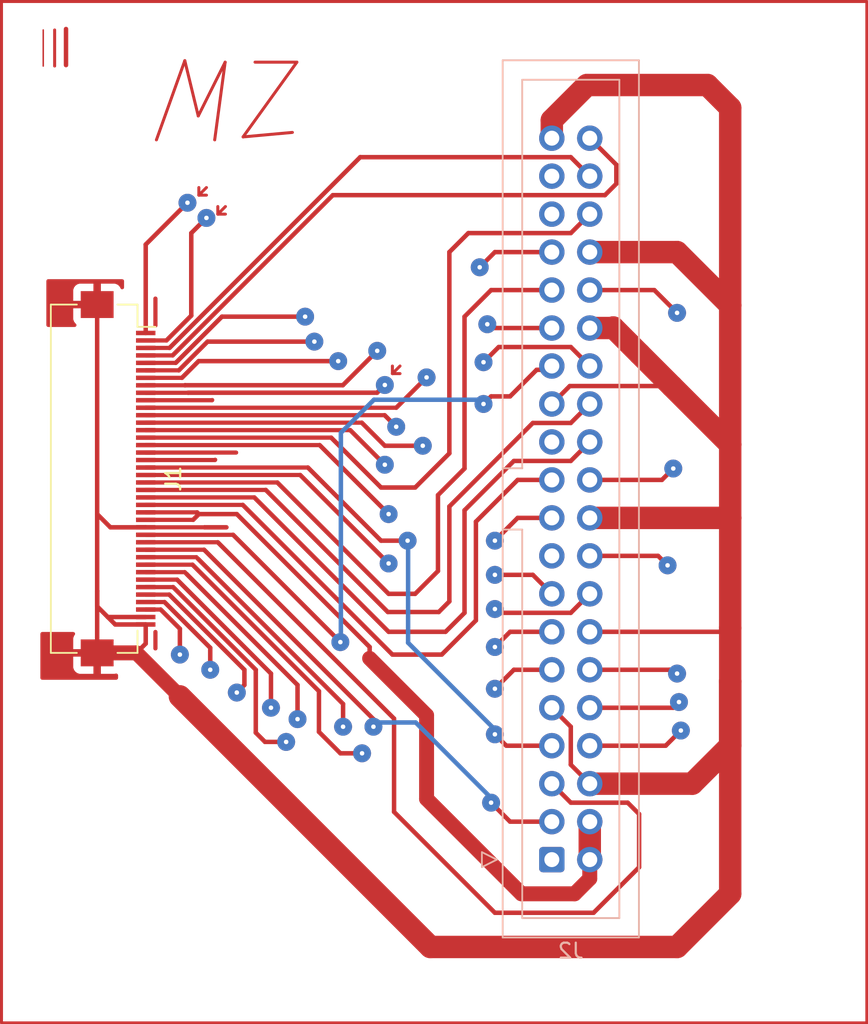
<source format=kicad_pcb>
(kicad_pcb (version 20240108) (generator "pcbnew") (generator_version "8.0")
  (layers (0 "F.Cu" signal) (31 "B.Cu" signal) (34 "B.Paste" user) (35 "F.Paste" user) (36 "B.SilkS" user "B.Silkscreen") (37 "F.SilkS" user "F.Silkscreen") (38 "B.Mask" user) (39 "F.Mask" user) (44 "Edge.Cuts" user))
  (net 0 "")
  (net 1 "/LCD_R5")
  (net 2 "GND")
  (net 3 "/LCD_B1")
  (net 4 "/LCD_R7")
  (net 5 "/LCD_B6")
  (net 6 "/LCD_G5")
  (net 7 "/LCD_R1")
  (net 8 "/LCD_G3")
  (net 9 "/LCD_R4")
  (net 10 "/LCD_R2")
  (net 11 "/LCD_B5")
  (net 12 "/LCD_G1")
  (net 13 "/LCD_G7")
  (net 14 "+5V")
  (net 15 "/LCD_G0")
  (net 16 "/LCD_R3")
  (net 17 "VDD_MCU")
  (net 18 "/LCD_HSYNC")
  (net 19 "/LCD_G4")
  (net 20 "/LCD_SCL")
  (net 21 "/LCD_R0")
  (net 22 "/LCD_PWM")
  (net 23 "/LCD_G6")
  (net 24 "/LCD_CLK")
  (net 25 "/LCD_R6")
  (net 26 "/LCD_AUX_4")
  (net 27 "/LCD_AUX_1")
  (net 28 "/LCD_DE")
  (net 29 "/LCD_B0")
  (net 30 "/LCD_AUX_3")
  (net 31 "/LCD_B2")
  (net 32 "/LCD_G2")
  (net 33 "/LCD_SDA")
  (net 34 "/LCD_B4")
  (net 35 "/LCD_VSYNC")
  (net 36 "/LCD_B3")
  (net 37 "/LCD_B7")
  (footprint "Connector_FFC-FPC:Hirose_FH12-40S-0.5SH_1x40-1MP_P0.50mm_Horizontal" (layer "F.Cu") (at 22.5 50.75 -90)
    (property "Reference" "J1" (at 0 -3.7 90) (layer "F.SilkS"))
    (property "Value" "FH12-40S-0.5SH(55)")
    (fp_line (start -11.65 4.5) (end 11.65 4.5) (stroke (width 0.12)) (layer "F.SilkS"))
    (fp_line (start 11.65 4.5) (end 11.65 2.76) (stroke (width 0.12)) (layer "F.SilkS"))
    (fp_line (start -11.65 2.76) (end -11.65 4.5) (stroke (width 0.12)) (layer "F.SilkS"))
    (fp_line (start -11.65 -1.3) (end -11.65 0.04) (stroke (width 0.12)) (layer "F.SilkS"))
    (fp_line (start -10.16 -1.3) (end -11.65 -1.3) (stroke (width 0.12)) (layer "F.SilkS"))
    (fp_line (start -10.16 -1.3) (end -10.16 -2.5) (stroke (width 0.12)) (layer "F.SilkS"))
    (fp_line (start 10.16 -1.3) (end 11.65 -1.3) (stroke (width 0.12)) (layer "F.SilkS"))
    (fp_line (start 11.65 -1.3) (end 11.65 0.04) (stroke (width 0.12)) (layer "F.SilkS"))
    (pad "1" smd rect (at -9.75 -1.85 270) (size 0.3 1.3) (layers "F.Cu" "F.Paste" "F.Mask") (net 21 "/LCD_R0"))
    (pad "2" smd rect (at -9.25 -1.85 270) (size 0.3 1.3) (layers "F.Cu" "F.Paste" "F.Mask") (net 7 "/LCD_R1"))
    (pad "3" smd rect (at -8.75 -1.85 270) (size 0.3 1.3) (layers "F.Cu" "F.Paste" "F.Mask") (net 10 "/LCD_R2"))
    (pad "4" smd rect (at -8.25 -1.85 270) (size 0.3 1.3) (layers "F.Cu" "F.Paste" "F.Mask") (net 16 "/LCD_R3"))
    (pad "5" smd rect (at -7.75 -1.85 270) (size 0.3 1.3) (layers "F.Cu" "F.Paste" "F.Mask") (net 9 "/LCD_R4"))
    (pad "6" smd rect (at -7.25 -1.85 270) (size 0.3 1.3) (layers "F.Cu" "F.Paste" "F.Mask") (net 1 "/LCD_R5"))
    (pad "7" smd rect (at -6.75 -1.85 270) (size 0.3 1.3) (layers "F.Cu" "F.Paste" "F.Mask") (net 25 "/LCD_R6"))
    (pad "8" smd rect (at -6.25 -1.85 270) (size 0.3 1.3) (layers "F.Cu" "F.Paste" "F.Mask") (net 4 "/LCD_R7"))
    (pad "9" smd rect (at -5.75 -1.85 270) (size 0.3 1.3) (layers "F.Cu" "F.Paste" "F.Mask") (net 15 "/LCD_G0"))
    (pad "10" smd rect (at -5.25 -1.85 270) (size 0.3 1.3) (layers "F.Cu" "F.Paste" "F.Mask") (net 12 "/LCD_G1"))
    (pad "11" smd rect (at -4.75 -1.85 270) (size 0.3 1.3) (layers "F.Cu" "F.Paste" "F.Mask") (net 32 "/LCD_G2"))
    (pad "12" smd rect (at -4.25 -1.85 270) (size 0.3 1.3) (layers "F.Cu" "F.Paste" "F.Mask") (net 8 "/LCD_G3"))
    (pad "13" smd rect (at -3.75 -1.85 270) (size 0.3 1.3) (layers "F.Cu" "F.Paste" "F.Mask") (net 19 "/LCD_G4"))
    (pad "14" smd rect (at -3.25 -1.85 270) (size 0.3 1.3) (layers "F.Cu" "F.Paste" "F.Mask") (net 6 "/LCD_G5"))
    (pad "15" smd rect (at -2.75 -1.85 270) (size 0.3 1.3) (layers "F.Cu" "F.Paste" "F.Mask") (net 23 "/LCD_G6"))
    (pad "16" smd rect (at -2.25 -1.85 270) (size 0.3 1.3) (layers "F.Cu" "F.Paste" "F.Mask") (net 13 "/LCD_G7"))
    (pad "17" smd rect (at -1.75 -1.85 270) (size 0.3 1.3) (layers "F.Cu" "F.Paste" "F.Mask") (net 29 "/LCD_B0"))
    (pad "18" smd rect (at -1.25 -1.85 270) (size 0.3 1.3) (layers "F.Cu" "F.Paste" "F.Mask") (net 3 "/LCD_B1"))
    (pad "19" smd rect (at -0.75 -1.85 270) (size 0.3 1.3) (layers "F.Cu" "F.Paste" "F.Mask") (net 31 "/LCD_B2"))
    (pad "20" smd rect (at -0.25 -1.85 270) (size 0.3 1.3) (layers "F.Cu" "F.Paste" "F.Mask") (net 36 "/LCD_B3"))
    (pad "21" smd rect (at 0.25 -1.85 270) (size 0.3 1.3) (layers "F.Cu" "F.Paste" "F.Mask") (net 34 "/LCD_B4"))
    (pad "22" smd rect (at 0.75 -1.85 270) (size 0.3 1.3) (layers "F.Cu" "F.Paste" "F.Mask") (net 11 "/LCD_B5"))
    (pad "23" smd rect (at 1.25 -1.85 270) (size 0.3 1.3) (layers "F.Cu" "F.Paste" "F.Mask") (net 5 "/LCD_B6"))
    (pad "24" smd rect (at 1.75 -1.85 270) (size 0.3 1.3) (layers "F.Cu" "F.Paste" "F.Mask") (net 37 "/LCD_B7"))
    (pad "25" smd rect (at 2.25 -1.85 270) (size 0.3 1.3) (layers "F.Cu" "F.Paste" "F.Mask") (net 14 "+5V"))
    (pad "26" smd rect (at 2.75 -1.85 270) (size 0.3 1.3) (layers "F.Cu" "F.Paste" "F.Mask") (net 14 "+5V"))
    (pad "27" smd rect (at 3.25 -1.85 270) (size 0.3 1.3) (layers "F.Cu" "F.Paste" "F.Mask") (net 2 "GND"))
    (pad "28" smd rect (at 3.75 -1.85 270) (size 0.3 1.3) (layers "F.Cu" "F.Paste" "F.Mask") (net 24 "/LCD_CLK"))
    (pad "29" smd rect (at 4.25 -1.85 270) (size 0.3 1.3) (layers "F.Cu" "F.Paste" "F.Mask") (net 18 "/LCD_HSYNC"))
    (pad "30" smd rect (at 4.75 -1.85 270) (size 0.3 1.3) (layers "F.Cu" "F.Paste" "F.Mask") (net 35 "/LCD_VSYNC"))
    (pad "31" smd rect (at 5.25 -1.85 270) (size 0.3 1.3) (layers "F.Cu" "F.Paste" "F.Mask") (net 28 "/LCD_DE"))
    (pad "32" smd rect (at 5.75 -1.85 270) (size 0.3 1.3) (layers "F.Cu" "F.Paste" "F.Mask") (net 33 "/LCD_SDA"))
    (pad "33" smd rect (at 6.25 -1.85 270) (size 0.3 1.3) (layers "F.Cu" "F.Paste" "F.Mask") (net 20 "/LCD_SCL"))
    (pad "34" smd rect (at 6.75 -1.85 270) (size 0.3 1.3) (layers "F.Cu" "F.Paste" "F.Mask") (net 22 "/LCD_PWM"))
    (pad "35" smd rect (at 7.25 -1.85 270) (size 0.3 1.3) (layers "F.Cu" "F.Paste" "F.Mask") (net 27 "/LCD_AUX_1"))
    (pad "36" smd rect (at 7.75 -1.85 270) (size 0.3 1.3) (layers "F.Cu" "F.Paste" "F.Mask") (net 17 "VDD_MCU"))
    (pad "37" smd rect (at 8.25 -1.85 270) (size 0.3 1.3) (layers "F.Cu" "F.Paste" "F.Mask") (net 30 "/LCD_AUX_3"))
    (pad "38" smd rect (at 8.75 -1.85 270) (size 0.3 1.3) (layers "F.Cu" "F.Paste" "F.Mask") (net 26 "/LCD_AUX_4"))
    (pad "39" smd rect (at 9.25 -1.85 270) (size 0.3 1.3) (layers "F.Cu" "F.Paste" "F.Mask") (net 2 "GND"))
    (pad "40" smd rect (at 9.75 -1.85 270) (size 0.3 1.3) (layers "F.Cu" "F.Paste" "F.Mask") (net 2 "GND"))
    (pad "MP" smd rect (at -11.65 1.4 270) (size 1.8 2.2) (layers "F.Cu" "F.Paste" "F.Mask") (net 2 "GND"))
    (pad "MP" smd rect (at 11.65 1.4 270) (size 1.8 2.2) (layers "F.Cu" "F.Paste" "F.Mask") (net 2 "GND"))
  )
  (footprint "Connector_IDC:IDC-Header_2x20_P2.54mm_Vertical" (layer "B.Cu") (at 51.528 76.23)
    (property "Reference" "J2" (at 1.27 6.1 0) (layer "B.SilkS") (effects (justify mirror)))
    (property "Value" "Conn_02x20_Odd_Even")
    (fp_line (start -4.68 -0.5) (end -4.68 0.5) (stroke (width 0.12)) (layer "B.SilkS"))
    (fp_line (start -4.68 0.5) (end -3.68 0) (stroke (width 0.12)) (layer "B.SilkS"))
    (fp_line (start -3.68 0) (end -4.68 -0.5) (stroke (width 0.12)) (layer "B.SilkS"))
    (fp_line (start -3.29 -53.47) (end 5.83 -53.47) (stroke (width 0.12)) (layer "B.SilkS"))
    (fp_line (start -3.29 -26.18) (end -1.98 -26.18) (stroke (width 0.12)) (layer "B.SilkS"))
    (fp_line (start -3.29 5.21) (end -3.29 -53.47) (stroke (width 0.12)) (layer "B.SilkS"))
    (fp_line (start -1.98 -52.17) (end 4.52 -52.17) (stroke (width 0.12)) (layer "B.SilkS"))
    (fp_line (start -1.98 -26.18) (end -1.98 -52.17) (stroke (width 0.12)) (layer "B.SilkS"))
    (fp_line (start -1.98 -26.18) (end -1.98 -26.18) (stroke (width 0.12)) (layer "B.SilkS"))
    (fp_line (start -1.98 -22.08) (end -3.29 -22.08) (stroke (width 0.12)) (layer "B.SilkS"))
    (fp_line (start -1.98 3.91) (end -1.98 -22.08) (stroke (width 0.12)) (layer "B.SilkS"))
    (fp_line (start 4.52 -52.17) (end 4.52 3.91) (stroke (width 0.12)) (layer "B.SilkS"))
    (fp_line (start 4.52 3.91) (end -1.98 3.91) (stroke (width 0.12)) (layer "B.SilkS"))
    (fp_line (start 5.83 -53.47) (end 5.83 5.21) (stroke (width 0.12)) (layer "B.SilkS"))
    (fp_line (start 5.83 5.21) (end -3.29 5.21) (stroke (width 0.12)) (layer "B.SilkS"))
    (pad "1" thru_hole roundrect (at 0 0) (size 1.7 1.7) (drill 1) (layers "*.Cu" "*.Mask") (roundrect_rratio 0.147059))
    (pad "2" thru_hole circle (at 2.54 0) (size 1.7 1.7) (drill 1) (layers "*.Cu" "*.Mask") (net 14 "+5V"))
    (pad "3" thru_hole circle (at 0 -2.54) (size 1.7 1.7) (drill 1) (layers "*.Cu" "*.Mask") (net 35 "/LCD_VSYNC"))
    (pad "4" thru_hole circle (at 2.54 -2.54) (size 1.7 1.7) (drill 1) (layers "*.Cu" "*.Mask") (net 14 "+5V"))
    (pad "5" thru_hole circle (at 0 -5.08) (size 1.7 1.7) (drill 1) (layers "*.Cu" "*.Mask") (net 18 "/LCD_HSYNC"))
    (pad "6" thru_hole circle (at 2.54 -5.08) (size 1.7 1.7) (drill 1) (layers "*.Cu" "*.Mask") (net 2 "GND"))
    (pad "7" thru_hole circle (at 0 -7.62) (size 1.7 1.7) (drill 1) (layers "*.Cu" "*.Mask") (net 31 "/LCD_B2"))
    (pad "8" thru_hole circle (at 2.54 -7.62) (size 1.7 1.7) (drill 1) (layers "*.Cu" "*.Mask") (net 19 "/LCD_G4"))
    (pad "9" thru_hole circle (at 0 -10.16) (size 1.7 1.7) (drill 1) (layers "*.Cu" "*.Mask") (net 2 "GND"))
    (pad "10" thru_hole circle (at 2.54 -10.16) (size 1.7 1.7) (drill 1) (layers "*.Cu" "*.Mask") (net 6 "/LCD_G5"))
    (pad "11" thru_hole circle (at 0 -12.7) (size 1.7 1.7) (drill 1) (layers "*.Cu" "*.Mask") (net 13 "/LCD_G7"))
    (pad "12" thru_hole circle (at 2.54 -12.7) (size 1.7 1.7) (drill 1) (layers "*.Cu" "*.Mask") (net 22 "/LCD_PWM"))
    (pad "13" thru_hole circle (at 0 -15.24) (size 1.7 1.7) (drill 1) (layers "*.Cu" "*.Mask") (net 27 "/LCD_AUX_1"))
    (pad "14" thru_hole circle (at 2.54 -15.24) (size 1.7 1.7) (drill 1) (layers "*.Cu" "*.Mask") (net 2 "GND"))
    (pad "15" thru_hole circle (at 0 -17.78) (size 1.7 1.7) (drill 1) (layers "*.Cu" "*.Mask") (net 9 "/LCD_R4"))
    (pad "16" thru_hole circle (at 2.54 -17.78) (size 1.7 1.7) (drill 1) (layers "*.Cu" "*.Mask") (net 1 "/LCD_R5"))
    (pad "17" thru_hole circle (at 0 -20.32) (size 1.7 1.7) (drill 1) (layers "*.Cu" "*.Mask"))
    (pad "18" thru_hole circle (at 2.54 -20.32) (size 1.7 1.7) (drill 1) (layers "*.Cu" "*.Mask") (net 25 "/LCD_R6"))
    (pad "19" thru_hole circle (at 0 -22.86) (size 1.7 1.7) (drill 1) (layers "*.Cu" "*.Mask") (net 33 "/LCD_SDA"))
    (pad "20" thru_hole circle (at 2.54 -22.86) (size 1.7 1.7) (drill 1) (layers "*.Cu" "*.Mask") (net 2 "GND"))
    (pad "21" thru_hole circle (at 0 -25.4) (size 1.7 1.7) (drill 1) (layers "*.Cu" "*.Mask") (net 37 "/LCD_B7"))
    (pad "22" thru_hole circle (at 2.54 -25.4) (size 1.7 1.7) (drill 1) (layers "*.Cu" "*.Mask") (net 4 "/LCD_R7"))
    (pad "23" thru_hole circle (at 0 -27.94) (size 1.7 1.7) (drill 1) (layers "*.Cu" "*.Mask") (net 20 "/LCD_SCL"))
    (pad "24" thru_hole circle (at 2.54 -27.94) (size 1.7 1.7) (drill 1) (layers "*.Cu" "*.Mask") (net 5 "/LCD_B6"))
    (pad "25" thru_hole circle (at 0 -30.48) (size 1.7 1.7) (drill 1) (layers "*.Cu" "*.Mask") (net 2 "GND"))
    (pad "26" thru_hole circle (at 2.54 -30.48) (size 1.7 1.7) (drill 1) (layers "*.Cu" "*.Mask") (net 11 "/LCD_B5"))
    (pad "27" thru_hole circle (at 0 -33.02) (size 1.7 1.7) (drill 1) (layers "*.Cu" "*.Mask") (net 24 "/LCD_CLK"))
    (pad "28" thru_hole circle (at 2.54 -33.02) (size 1.7 1.7) (drill 1) (layers "*.Cu" "*.Mask") (net 28 "/LCD_DE"))
    (pad "29" thru_hole circle (at 0 -35.56) (size 1.7 1.7) (drill 1) (layers "*.Cu" "*.Mask") (net 36 "/LCD_B3"))
    (pad "30" thru_hole circle (at 2.54 -35.56) (size 1.7 1.7) (drill 1) (layers "*.Cu" "*.Mask") (net 2 "GND"))
    (pad "31" thru_hole circle (at 0 -38.1) (size 1.7 1.7) (drill 1) (layers "*.Cu" "*.Mask") (net 34 "/LCD_B4"))
    (pad "32" thru_hole circle (at 2.54 -38.1) (size 1.7 1.7) (drill 1) (layers "*.Cu" "*.Mask") (net 32 "/LCD_G2"))
    (pad "33" thru_hole circle (at 0 -40.64) (size 1.7 1.7) (drill 1) (layers "*.Cu" "*.Mask") (net 8 "/LCD_G3"))
    (pad "34" thru_hole circle (at 2.54 -40.64) (size 1.7 1.7) (drill 1) (layers "*.Cu" "*.Mask") (net 2 "GND"))
    (pad "35" thru_hole circle (at 0 -43.18) (size 1.7 1.7) (drill 1) (layers "*.Cu" "*.Mask"))
    (pad "36" thru_hole circle (at 2.54 -43.18) (size 1.7 1.7) (drill 1) (layers "*.Cu" "*.Mask") (net 23 "/LCD_G6"))
    (pad "37" thru_hole circle (at 0 -45.72) (size 1.7 1.7) (drill 1) (layers "*.Cu" "*.Mask"))
    (pad "38" thru_hole circle (at 2.54 -45.72) (size 1.7 1.7) (drill 1) (layers "*.Cu" "*.Mask") (net 10 "/LCD_R2"))
    (pad "39" thru_hole circle (at 0 -48.26) (size 1.7 1.7) (drill 1) (layers "*.Cu" "*.Mask") (net 2 "GND"))
    (pad "40" thru_hole circle (at 2.54 -48.26) (size 1.7 1.7) (drill 1) (layers "*.Cu" "*.Mask") (net 16 "/LCD_R3"))
  )
  (gr_line (start 27.866 26.484) (end 29.666 22.884) (stroke (width 0.2)) (layer "F.Cu"))
  (gr_line (start 26.966 22.784) (end 25.066 28.084) (stroke (width 0.2)) (layer "F.Cu"))
  (gr_rect (start 14.698 18.826) (end 72.61 87.152) (stroke (width 0.2)) (fill none) (layer "F.Cu"))
  (gr_line (start 18.254 20.731) (end 18.254 23.144) (stroke (width 0.2)) (layer "F.Cu"))
  (gr_line (start 30.866 27.884) (end 34.166 27.584) (stroke (width 0.2)) (layer "F.Cu"))
  (gr_line (start 27.906 31.272) (end 27.906 31.78) (stroke (width 0.2)) (layer "F.Cu"))
  (gr_line (start 27.906 31.78) (end 28.414 31.78) (stroke (width 0.2)) (layer "F.Cu"))
  (gr_line (start 40.86 43.718) (end 41.368 43.21) (stroke (width 0.2)) (layer "F.Cu"))
  (gr_line (start 29.176 33.05) (end 29.684 32.542) (stroke (width 0.2)) (layer "F.Cu"))
  (gr_line (start 19.016 20.6675) (end 19.016 23.0805) (stroke (width 0.3)) (layer "F.Cu"))
  (gr_line (start 17.492 20.731) (end 17.492 23.144) (stroke (width 0.1)) (layer "F.Cu"))
  (gr_line (start 29.176 33.05) (end 29.684 33.05) (stroke (width 0.2)) (layer "F.Cu"))
  (gr_line (start 26.966 22.784) (end 27.866 26.484) (stroke (width 0.2)) (layer "F.Cu"))
  (gr_line (start 31.666 22.884) (end 34.466 22.884) (stroke (width 0.2)) (layer "F.Cu"))
  (gr_line (start 40.86 43.21) (end 40.86 43.718) (stroke (width 0.2)) (layer "F.Cu"))
  (gr_line (start 29.176 32.542) (end 29.176 33.05) (stroke (width 0.2)) (layer "F.Cu"))
  (gr_line (start 29.666 22.884) (end 28.966 28.084) (stroke (width 0.2)) (layer "F.Cu"))
  (gr_line (start 27.906 31.78) (end 28.414 31.272) (stroke (width 0.2)) (layer "F.Cu"))
  (gr_line (start 34.466 22.884) (end 30.866 27.884) (stroke (width 0.2)) (layer "F.Cu"))
  (gr_line (start 40.86 43.718) (end 41.368 43.718) (stroke (width 0.2)) (layer "F.Cu"))
  (segment (start 25 61) (end 25 62.1) (width 0.28) (layer "F.Cu") (net 0))
  (segment (start 25 40.5) (end 25 38.7) (width 0.28) (layer "F.Cu") (net 0))
  (segment (start 47.971999 59.719999) (end 47.718 59.466) (width 0.3) (layer "F.Cu") (net 1))
  (segment (start 26.565573 43.5) (end 28.487575 41.577998) (width 0.3) (layer "F.Cu") (net 1))
  (segment (start 52.798001 59.719999) (end 47.971999 59.719999) (width 0.3) (layer "F.Cu") (net 1))
  (segment (start 28.487575 41.577998) (end 35.635998 41.577998) (width 0.3) (layer "F.Cu") (net 1))
  (segment (start 24.35 43.5) (end 26.565573 43.5) (width 0.28) (layer "F.Cu") (net 1))
  (segment (start 54.068 58.45) (end 52.798001 59.719999) (width 0.3) (layer "F.Cu") (net 1))
  (via (at 35.635998 41.577998) (size 1.2) (drill 0.3) (layers "F.Cu" "B.Cu") (net 1))
  (via (at 47.718 59.466) (size 1.2) (drill 0.3) (layers "F.Cu" "B.Cu") (net 1))
  (segment (start 53.881919 24.414) (end 61.942 24.414) (width 1.5) (layer "F.Cu") (net 2))
  (segment (start 59.57 44.566) (end 57.411 42.407) (width 1.5) (layer "F.Cu") (net 2))
  (segment (start 63.466 53.37) (end 63.466 48.462) (width 1.5) (layer "F.Cu") (net 2))
  (segment (start 21.1 58.248) (end 21.1 53.116) (width 0.3) (layer "F.Cu") (net 2))
  (segment (start 51.528 27.97) (end 51.528 26.767919) (width 1.5) (layer "F.Cu") (net 2))
  (segment (start 63.466 60.736) (end 63.466 53.37) (width 1.5) (layer "F.Cu") (net 2))
  (segment (start 61.942 24.414) (end 63.466 25.938) (width 1.5) (layer "F.Cu") (net 2))
  (segment (start 54.068 53.37) (end 63.466 53.37) (width 1.5) (layer "F.Cu") (net 2))
  (segment (start 59.91 35.59) (end 54.068 35.59) (width 1.5) (layer "F.Cu") (net 2))
  (segment (start 21.1 62.4) (end 21.1 58.248) (width 0.3) (layer "F.Cu") (net 2))
  (segment (start 59.91 82.072) (end 43.4 82.072) (width 1.5) (layer "F.Cu") (net 2))
  (segment (start 54.068 40.67) (end 55.602 40.67) (width 1.5) (layer "F.Cu") (net 2))
  (segment (start 26.636 65.308) (end 23.728 62.4) (width 1) (layer "F.Cu") (net 2))
  (segment (start 52.798 69.88) (end 54.068 71.15) (width 0.3) (layer "F.Cu") (net 2))
  (segment (start 24.35 60.5) (end 22.31 60.5) (width 0.3) (layer "F.Cu") (net 2))
  (segment (start 21.81 60) (end 21.1 59.29) (width 0.3) (layer "F.Cu") (net 2))
  (segment (start 21.1 53.116) (end 21.1 39.1) (width 0.3) (layer "F.Cu") (net 2))
  (segment (start 63.466 64.302) (end 63.466 78.516) (width 1.5) (layer "F.Cu") (net 2))
  (segment (start 63.466 64.302) (end 63.466 60.736) (width 1.5) (layer "F.Cu") (net 2))
  (segment (start 54.068 71.15) (end 60.926 71.15) (width 1.5) (layer "F.Cu") (net 2))
  (segment (start 51.528 45.75) (end 52.728 44.55) (width 0.3) (layer "F.Cu") (net 2))
  (segment (start 21.984 54) (end 21.1 53.116) (width 0.3) (layer "F.Cu") (net 2))
  (segment (start 63.466 78.516) (end 59.91 82.072) (width 1.5) (layer "F.Cu") (net 2))
  (segment (start 28.292 54) (end 29.75 54) (width 0.3) (layer "F.Cu") (net 2))
  (segment (start 59.554 44.55) (end 59.57 44.566) (width 0.3) (layer "F.Cu") (net 2))
  (segment (start 24.35 60.5) (end 24.35 61.778) (width 0.3) (layer "F.Cu") (net 2))
  (segment (start 55.638 40.634) (end 57.411 42.407) (width 1.5) (layer "F.Cu") (net 2))
  (segment (start 24.35 61.778) (end 23.728 62.4) (width 0.3) (layer "F.Cu") (net 2))
  (segment (start 52.728 44.55) (end 59.554 44.55) (width 0.3) (layer "F.Cu") (net 2))
  (segment (start 43.4 82.072) (end 26.636 65.308) (width 1.5) (layer "F.Cu") (net 2))
  (segment (start 63.212 60.99) (end 63.466 60.736) (width 0.3) (layer "F.Cu") (net 2))
  (segment (start 55.602 40.67) (end 55.638 40.634) (width 1.5) (layer "F.Cu") (net 2))
  (segment (start 54.068 60.99) (end 63.212 60.99) (width 0.3) (layer "F.Cu") (net 2))
  (segment (start 23.728 62.4) (end 21.1 62.4) (width 1) (layer "F.Cu") (net 2))
  (segment (start 63.466 48.462) (end 59.57 44.566) (width 1.5) (layer "F.Cu") (net 2))
  (segment (start 60.926 71.15) (end 63.466 68.61) (width 1.5) (layer "F.Cu") (net 2))
  (segment (start 22.31 60.5) (end 21.81 60) (width 0.3) (layer "F.Cu") (net 2))
  (segment (start 24.35 54) (end 28.292 54) (width 0.28) (layer "F.Cu") (net 2))
  (segment (start 51.528 66.07) (end 52.798 67.34) (width 0.3) (layer "F.Cu") (net 2))
  (segment (start 24.35 60) (end 21.81 60) (width 0.3) (layer "F.Cu") (net 2))
  (segment (start 51.528 26.767919) (end 53.881919 24.414) (width 1.5) (layer "F.Cu") (net 2))
  (segment (start 21.1 59.29) (end 21.1 58.248) (width 0.3) (layer "F.Cu") (net 2))
  (segment (start 63.466 68.61) (end 63.466 64.302) (width 1.5) (layer "F.Cu") (net 2))
  (segment (start 24.35 54) (end 21.984 54) (width 0.3) (layer "F.Cu") (net 2))
  (segment (start 52.798 67.34) (end 52.798 69.88) (width 0.3) (layer "F.Cu") (net 2))
  (segment (start 63.466 48.462) (end 63.466 39.146) (width 1.5) (layer "F.Cu") (net 2))
  (segment (start 63.466 39.146) (end 59.91 35.59) (width 1.5) (layer "F.Cu") (net 2))
  (segment (start 63.466 25.938) (end 63.466 39.146) (width 1.5) (layer "F.Cu") (net 2))
  (segment (start 24.35 49.5) (end 28.98 49.5) (width 0.28) (layer "F.Cu") (net 3))
  (segment (start 28.98 49.5) (end 29 49.48) (width 0.28) (layer "F.Cu") (net 3))
  (segment (start 26.983787 44.496) (end 37.542 44.496) (width 0.3) (layer "F.Cu") (net 4))
  (segment (start 58.894 50.83) (end 59.656 50.068) (width 0.3) (layer "F.Cu") (net 4))
  (segment (start 24.35 44.5) (end 26.979787 44.5) (width 0.28) (layer "F.Cu") (net 4))
  (segment (start 37.542 44.496) (end 39.844 42.194) (width 0.3) (layer "F.Cu") (net 4))
  (segment (start 26.979787 44.5) (end 26.983787 44.496) (width 0.3) (layer "F.Cu") (net 4))
  (segment (start 54.068 50.83) (end 58.894 50.83) (width 0.3) (layer "F.Cu") (net 4))
  (via (at 39.844 42.194) (size 1.2) (drill 0.3) (layers "F.Cu" "B.Cu") (net 4))
  (via (at 59.656 50.068) (size 1.2) (drill 0.3) (layers "F.Cu" "B.Cu") (net 4))
  (segment (start 40.606 60.99) (end 44.416 60.99) (width 0.3) (layer "F.Cu") (net 5))
  (segment (start 44.416 60.99) (end 45.686 59.72) (width 0.3) (layer "F.Cu") (net 5))
  (segment (start 24.35 52) (end 31.616 52) (width 0.28) (layer "F.Cu") (net 5))
  (segment (start 45.686 52.862) (end 48.988 49.56) (width 0.3) (layer "F.Cu") (net 5))
  (segment (start 52.798 49.56) (end 54.068 48.29) (width 0.3) (layer "F.Cu") (net 5))
  (segment (start 45.686 59.72) (end 45.686 52.862) (width 0.3) (layer "F.Cu") (net 5))
  (segment (start 48.988 49.56) (end 52.798 49.56) (width 0.3) (layer "F.Cu") (net 5))
  (segment (start 31.616 52) (end 40.606 60.99) (width 0.3) (layer "F.Cu") (net 5))
  (segment (start 54.068 66.07) (end 59.656 66.07) (width 0.3) (layer "F.Cu") (net 6))
  (segment (start 38.038 47.5) (end 40.352 49.814) (width 0.3) (layer "F.Cu") (net 6))
  (segment (start 24.35 47.5) (end 38.038 47.5) (width 0.28) (layer "F.Cu") (net 6))
  (segment (start 59.656 66.07) (end 60.037 65.689) (width 0.3) (layer "F.Cu") (net 6))
  (via (at 60.037 65.689) (size 1.2) (drill 0.3) (layers "F.Cu" "B.Cu") (net 6))
  (via (at 40.352 49.814) (size 1.2) (drill 0.3) (layers "F.Cu" "B.Cu") (net 6))
  (segment (start 27.398 39.839145) (end 27.398 34.32) (width 0.3) (layer "F.Cu") (net 7))
  (segment (start 24.35 41.5) (end 25.737145 41.5) (width 0.28) (layer "F.Cu") (net 7))
  (segment (start 27.398 34.32) (end 28.414 33.304) (width 0.3) (layer "F.Cu") (net 7))
  (segment (start 25.737145 41.5) (end 27.398 39.839145) (width 0.3) (layer "F.Cu") (net 7))
  (via (at 28.414 33.304) (size 1.2) (drill 0.3) (layers "F.Cu" "B.Cu") (net 7))
  (segment (start 51.528 35.59) (end 47.718 35.59) (width 0.3) (layer "F.Cu") (net 8))
  (segment (start 40.34 46.5) (end 41.114 47.274) (width 0.3) (layer "F.Cu") (net 8))
  (segment (start 47.718 35.59) (end 46.702 36.606) (width 0.3) (layer "F.Cu") (net 8))
  (segment (start 24.35 46.5) (end 40.34 46.5) (width 0.28) (layer "F.Cu") (net 8))
  (via (at 46.702 36.606) (size 1.2) (drill 0.3) (layers "F.Cu" "B.Cu") (net 8))
  (via (at 41.114 47.274) (size 1.2) (drill 0.3) (layers "F.Cu" "B.Cu") (net 8))
  (segment (start 50.258 57.18) (end 47.718 57.18) (width 0.3) (layer "F.Cu") (net 9))
  (segment (start 26.358466 43) (end 29.450466 39.908) (width 0.3) (layer "F.Cu") (net 9))
  (segment (start 29.450466 39.908) (end 35.018 39.908) (width 0.3) (layer "F.Cu") (net 9))
  (segment (start 51.528 58.45) (end 50.258 57.18) (width 0.3) (layer "F.Cu") (net 9))
  (segment (start 24.35 43) (end 26.358466 43) (width 0.28) (layer "F.Cu") (net 9))
  (via (at 47.718 57.18) (size 1.2) (drill 0.3) (layers "F.Cu" "B.Cu") (net 9))
  (via (at 35.018 39.908) (size 1.2) (drill 0.3) (layers "F.Cu" "B.Cu") (net 9))
  (segment (start 52.798 29.24) (end 38.704252 29.24) (width 0.3) (layer "F.Cu") (net 10))
  (segment (start 24.35 42) (end 25.944252 42) (width 0.28) (layer "F.Cu") (net 10))
  (segment (start 54.068 30.51) (end 52.798 29.24) (width 0.3) (layer "F.Cu") (net 10))
  (segment (start 38.704252 29.24) (end 25.944252 42) (width 0.3) (layer "F.Cu") (net 10))
  (segment (start 50.258 47.02) (end 52.798 47.02) (width 0.3) (layer "F.Cu") (net 11))
  (segment (start 44.67 52.608) (end 50.258 47.02) (width 0.3) (layer "F.Cu") (net 11))
  (segment (start 40.551106 59.665106) (end 43.962894 59.665106) (width 0.3) (layer "F.Cu") (net 11))
  (segment (start 24.35 51.5) (end 32.386 51.5) (width 0.28) (layer "F.Cu") (net 11))
  (segment (start 52.798 47.02) (end 54.068 45.75) (width 0.3) (layer "F.Cu") (net 11))
  (segment (start 43.962894 59.665106) (end 44.67 58.958) (width 0.3) (layer "F.Cu") (net 11))
  (segment (start 32.386 51.5) (end 40.551106 59.665106) (width 0.3) (layer "F.Cu") (net 11))
  (segment (start 44.67 58.958) (end 44.67 52.608) (width 0.3) (layer "F.Cu") (net 11))
  (segment (start 24.35 45.5) (end 28.786 45.5) (width 0.28) (layer "F.Cu") (net 12))
  (segment (start 28.786 45.5) (end 28.8 45.486) (width 0.28) (layer "F.Cu") (net 12))
  (segment (start 51.528 63.53) (end 48.988004 63.53) (width 0.3) (layer "F.Cu") (net 13))
  (segment (start 24.35 48.5) (end 35.99 48.5) (width 0.28) (layer "F.Cu") (net 13))
  (segment (start 35.99 48.5) (end 40.606 53.116) (width 0.3) (layer "F.Cu") (net 13))
  (segment (start 48.988004 63.53) (end 47.718004 64.8) (width 0.3) (layer "F.Cu") (net 13))
  (via (at 40.606 53.116) (size 1.2) (drill 0.3) (layers "F.Cu" "B.Cu") (net 13))
  (via (at 47.718004 64.8) (size 1.2) (drill 0.3) (layers "F.Cu" "B.Cu") (net 13))
  (segment (start 54.068 76.23) (end 54.068 76.229998) (width 0.3) (layer "F.Cu") (net 14))
  (segment (start 27.79 53) (end 27.906 53.116) (width 0.3) (layer "F.Cu") (net 14))
  (segment (start 30.446 53.116) (end 39.336 62.006) (width 0.3) (layer "F.Cu") (net 14))
  (segment (start 53.052 78.516) (end 54.068 77.5) (width 1) (layer "F.Cu") (net 14))
  (segment (start 39.336 62.006) (end 39.336 62.768) (width 0.3) (layer "F.Cu") (net 14))
  (segment (start 27.906 53.116) (end 30.446 53.116) (width 0.3) (layer "F.Cu") (net 14))
  (segment (start 27.522 53.5) (end 27.906 53.116) (width 0.3) (layer "F.Cu") (net 14))
  (segment (start 24.35 53) (end 27.79 53) (width 0.28) (layer "F.Cu") (net 14))
  (segment (start 43.146 66.578) (end 43.146 72.166) (width 1) (layer "F.Cu") (net 14))
  (segment (start 39.336 62.768) (end 43.146 66.578) (width 1) (layer "F.Cu") (net 14))
  (segment (start 43.146 72.166) (end 49.496 78.516) (width 1) (layer "F.Cu") (net 14))
  (segment (start 24.35 53.5) (end 27.522 53.5) (width 0.28) (layer "F.Cu") (net 14))
  (segment (start 49.496 78.516) (end 53.052 78.516) (width 1) (layer "F.Cu") (net 14))
  (segment (start 54.068 77.5) (end 54.068 76.229998) (width 1) (layer "F.Cu") (net 14))
  (segment (start 54.068 73.69) (end 54.068 76.23) (width 1.5) (layer "F.Cu") (net 14))
  (segment (start 27.190894 44.996) (end 39.836 44.996) (width 0.3) (layer "F.Cu") (net 15))
  (segment (start 24.35 45) (end 27.186894 45) (width 0.28) (layer "F.Cu") (net 15))
  (segment (start 27.186894 45) (end 27.190894 44.996) (width 0.28) (layer "F.Cu") (net 15))
  (segment (start 39.836 44.996) (end 40.352 44.48) (width 0.3) (layer "F.Cu") (net 15))
  (via (at 40.352 44.48) (size 1.2) (drill 0.3) (layers "F.Cu" "B.Cu") (net 15))
  (segment (start 55.846 31.018) (end 55.846 29.748) (width 0.3) (layer "F.Cu") (net 16))
  (segment (start 55.846 29.748) (end 54.068 27.97) (width 0.3) (layer "F.Cu") (net 16))
  (segment (start 36.87136 31.78) (end 55.084 31.78) (width 0.3) (layer "F.Cu") (net 16))
  (segment (start 24.35 42.5) (end 26.15136 42.5) (width 0.28) (layer "F.Cu") (net 16))
  (segment (start 26.15136 42.5) (end 36.87136 31.78) (width 0.3) (layer "F.Cu") (net 16))
  (segment (start 55.084 31.78) (end 55.846 31.018) (width 0.3) (layer "F.Cu") (net 16))
  (segment (start 25.924 58.5) (end 30.954 63.53) (width 0.3) (layer "F.Cu") (net 17))
  (segment (start 30.954 63.53) (end 30.954 64.546) (width 0.3) (layer "F.Cu") (net 17))
  (segment (start 24.35 58.5) (end 25.924 58.5) (width 0.28) (layer "F.Cu") (net 17))
  (segment (start 30.954 64.546) (end 30.446 65.054) (width 0.3) (layer "F.Cu") (net 17))
  (via (at 30.446 65.054) (size 1.2) (drill 0.3) (layers "F.Cu" "B.Cu") (net 17))
  (segment (start 29.17221 55) (end 40.970998 66.798788) (width 0.3) (layer "F.Cu") (net 18))
  (segment (start 56.608 72.42) (end 52.798 72.42) (width 0.3) (layer "F.Cu") (net 18))
  (segment (start 40.970998 73.038998) (end 47.718 79.786) (width 0.3) (layer "F.Cu") (net 18))
  (segment (start 54.322 79.786) (end 57.37 76.738) (width 0.3) (layer "F.Cu") (net 18))
  (segment (start 47.718 79.786) (end 54.322 79.786) (width 0.3) (layer "F.Cu") (net 18))
  (segment (start 40.970998 66.798788) (end 40.970998 73.038998) (width 0.3) (layer "F.Cu") (net 18))
  (segment (start 57.37 73.182) (end 56.608 72.42) (width 0.3) (layer "F.Cu") (net 18))
  (segment (start 24.35 55) (end 29.17221 55) (width 0.28) (layer "F.Cu") (net 18))
  (segment (start 57.37 76.738) (end 57.37 73.182) (width 0.3) (layer "F.Cu") (net 18))
  (segment (start 52.798 72.42) (end 51.528 71.15) (width 0.3) (layer "F.Cu") (net 18))
  (segment (start 38.808 47) (end 40.352 48.544) (width 0.3) (layer "F.Cu") (net 19))
  (segment (start 59.148 68.61) (end 60.164 67.594) (width 0.3) (layer "F.Cu") (net 19))
  (segment (start 54.068 68.61) (end 59.148 68.61) (width 0.3) (layer "F.Cu") (net 19))
  (segment (start 24.35 47) (end 38.808 47) (width 0.28) (layer "F.Cu") (net 19))
  (segment (start 40.352 48.544) (end 42.892 48.544) (width 0.3) (layer "F.Cu") (net 19))
  (via (at 60.164 67.594) (size 1.2) (drill 0.3) (layers "F.Cu" "B.Cu") (net 19))
  (via (at 42.892 48.544) (size 1.2) (drill 0.3) (layers "F.Cu" "B.Cu") (net 19))
  (segment (start 34.51 64.546) (end 34.51 66.832) (width 0.3) (layer "F.Cu") (net 20))
  (segment (start 26.964 57) (end 27.082 57.118) (width 0.28) (layer "F.Cu") (net 20))
  (segment (start 27.082 57.118) (end 34.51 64.546) (width 0.3) (layer "F.Cu") (net 20))
  (segment (start 24.35 57) (end 26.964 57) (width 0.28) (layer "F.Cu") (net 20))
  (via (at 34.51 66.832) (size 1.2) (drill 0.3) (layers "F.Cu" "B.Cu") (net 20))
  (segment (start 24.35 41) (end 24.35 35.082) (width 0.3) (layer "F.Cu") (net 21))
  (segment (start 24.35 35.082) (end 27.144 32.288) (width 0.3) (layer "F.Cu") (net 21))
  (via (at 27.144 32.288) (size 1.2) (drill 0.3) (layers "F.Cu" "B.Cu") (net 21))
  (segment (start 54.068 63.53) (end 59.402 63.53) (width 0.3) (layer "F.Cu") (net 22))
  (segment (start 59.402 63.53) (end 59.656 63.784) (width 0.3) (layer "F.Cu") (net 22))
  (segment (start 24.35 57.5) (end 26.448 57.5) (width 0.28) (layer "F.Cu") (net 22))
  (segment (start 26.448 57.5) (end 32.731994 63.783994) (width 0.3) (layer "F.Cu") (net 22))
  (segment (start 32.731994 63.783994) (end 32.731994 66.07) (width 0.3) (layer "F.Cu") (net 22))
  (segment (start 59.656 63.784) (end 59.909996 63.784) (width 0.3) (layer "F.Cu") (net 22))
  (via (at 59.909996 63.784) (size 1.2) (drill 0.3) (layers "F.Cu" "B.Cu") (net 22))
  (via (at 32.731994 66.07) (size 1.2) (drill 0.3) (layers "F.Cu" "B.Cu") (net 22))
  (segment (start 44.67 35.59) (end 45.94 34.32) (width 0.3) (layer "F.Cu") (net 23))
  (segment (start 40.098 51.338) (end 42.384 51.338) (width 0.3) (layer "F.Cu") (net 23))
  (segment (start 36.76 48) (end 40.098 51.338) (width 0.3) (layer "F.Cu") (net 23))
  (segment (start 45.94 34.32) (end 52.798 34.32) (width 0.3) (layer "F.Cu") (net 23))
  (segment (start 44.67 49.052) (end 44.67 35.59) (width 0.3) (layer "F.Cu") (net 23))
  (segment (start 52.798 34.32) (end 54.068 33.05) (width 0.3) (layer "F.Cu") (net 23))
  (segment (start 24.35 48) (end 36.76 48) (width 0.28) (layer "F.Cu") (net 23))
  (segment (start 42.384 51.338) (end 44.67 49.052) (width 0.3) (layer "F.Cu") (net 23))
  (segment (start 51.274 43.464) (end 50.512 43.464) (width 0.3) (layer "F.Cu") (net 24))
  (segment (start 30.196214 54.5) (end 37.376103 61.679889) (width 0.3) (layer "F.Cu") (net 24))
  (segment (start 50.512 43.464) (end 48.734 45.242) (width 0.3) (layer "F.Cu") (net 24))
  (segment (start 48.734 45.242) (end 47.464 45.242) (width 0.3) (layer "F.Cu") (net 24))
  (segment (start 51.528 43.21) (end 51.274 43.464) (width 0.3) (layer "F.Cu") (net 24))
  (segment (start 47.464 45.242) (end 46.956 45.75) (width 0.3) (layer "F.Cu") (net 24))
  (segment (start 24.35 54.5) (end 30.196214 54.5) (width 0.28) (layer "F.Cu") (net 24))
  (via (at 46.956 45.75) (size 1.2) (drill 0.3) (layers "F.Cu" "B.Cu") (net 24))
  (via (at 37.376103 61.679889) (size 1.2) (drill 0.3) (layers "F.Cu" "B.Cu") (net 24))
  (segment (start 39.624 45.466) (end 37.410103 47.679897) (width 0.3) (layer "B.Cu") (net 24))
  (segment (start 46.99 45.466) (end 39.624 45.466) (width 0.3) (layer "B.Cu") (net 24))
  (segment (start 37.410103 47.679897) (end 37.410103 61.395889) (width 0.3) (layer "B.Cu") (net 24))
  (segment (start 24.35 44) (end 26.77268 44) (width 0.28) (layer "F.Cu") (net 25))
  (segment (start 27.888789 42.883891) (end 37.231895 42.883891) (width 0.3) (layer "F.Cu") (net 25))
  (segment (start 26.77268 44) (end 27.888789 42.883891) (width 0.3) (layer "F.Cu") (net 25))
  (segment (start 58.64 55.91) (end 59.275 56.545) (width 0.3) (layer "F.Cu") (net 25))
  (segment (start 54.068 55.91) (end 58.64 55.91) (width 0.3) (layer "F.Cu") (net 25))
  (via (at 59.275 56.545) (size 1.2) (drill 0.3) (layers "F.Cu" "B.Cu") (net 25))
  (via (at 37.231895 42.883891) (size 1.2) (drill 0.3) (layers "F.Cu" "B.Cu") (net 25))
  (segment (start 26.636 60.786) (end 26.636 62.514) (width 0.3) (layer "F.Cu") (net 26))
  (segment (start 24.35 59.5) (end 25.35 59.5) (width 0.28) (layer "F.Cu") (net 26))
  (segment (start 25.35 59.5) (end 26.636 60.786) (width 0.3) (layer "F.Cu") (net 26))
  (via (at 26.636 62.514) (size 1.2) (drill 0.3) (layers "F.Cu" "B.Cu") (net 26))
  (segment (start 24.35 58) (end 26.186 58) (width 0.28) (layer "F.Cu") (net 27))
  (segment (start 31.716 67.738214) (end 32.333786 68.356) (width 0.3) (layer "F.Cu") (net 27))
  (segment (start 26.186 58) (end 31.716 63.53) (width 0.3) (layer "F.Cu") (net 27))
  (segment (start 32.333786 68.356) (end 33.748 68.356) (width 0.3) (layer "F.Cu") (net 27))
  (segment (start 51.528 60.99) (end 48.734001 60.99) (width 0.3) (layer "F.Cu") (net 27))
  (segment (start 48.734001 60.99) (end 47.717998 62.006003) (width 0.3) (layer "F.Cu") (net 27))
  (segment (start 31.716 63.53) (end 31.716 67.738214) (width 0.3) (layer "F.Cu") (net 27))
  (via (at 47.717998 62.006003) (size 1.2) (drill 0.3) (layers "F.Cu" "B.Cu") (net 27))
  (via (at 33.748 68.356) (size 1.2) (drill 0.3) (layers "F.Cu" "B.Cu") (net 27))
  (segment (start 47.972 41.94) (end 46.956 42.956) (width 0.3) (layer "F.Cu") (net 28))
  (segment (start 27.871 56.129) (end 37.558 65.816) (width 0.3) (layer "F.Cu") (net 28))
  (segment (start 54.068 43.21) (end 52.798 41.94) (width 0.3) (layer "F.Cu") (net 28))
  (segment (start 27.742 56) (end 27.871 56.129) (width 0.28) (layer "F.Cu") (net 28))
  (segment (start 37.558 65.816) (end 37.558 66.832) (width 0.3) (layer "F.Cu") (net 28))
  (segment (start 37.558 66.832) (end 37.558 67.34) (width 0.3) (layer "F.Cu") (net 28))
  (segment (start 24.35 56) (end 27.742 56) (width 0.28) (layer "F.Cu") (net 28))
  (segment (start 52.798 41.94) (end 47.972 41.94) (width 0.3) (layer "F.Cu") (net 28))
  (via (at 37.558 67.34) (size 1.2) (drill 0.3) (layers "F.Cu" "B.Cu") (net 28))
  (via (at 46.956 42.956) (size 1.2) (drill 0.3) (layers "F.Cu" "B.Cu") (net 28))
  (segment (start 24.35 49) (end 30.4 49) (width 0.28) (layer "F.Cu") (net 29))
  (segment (start 28.668 62.060894) (end 28.668 63.53) (width 0.3) (layer "F.Cu") (net 30))
  (segment (start 24.35 59) (end 25.607106 59) (width 0.28) (layer "F.Cu") (net 30))
  (segment (start 25.607106 59) (end 28.668 62.060894) (width 0.3) (layer "F.Cu") (net 30))
  (via (at 28.668 63.53) (size 1.2) (drill 0.3) (layers "F.Cu" "B.Cu") (net 30))
  (segment (start 24.35 50) (end 35.204 50) (width 0.28) (layer "F.Cu") (net 31))
  (segment (start 40.09801 54.89401) (end 41.876 54.89401) (width 0.3) (layer "F.Cu") (net 31))
  (segment (start 51.528 68.61) (end 48.48 68.61) (width 0.3) (layer "F.Cu") (net 31))
  (segment (start 48.48 68.61) (end 47.718 67.848) (width 0.3) (layer "F.Cu") (net 31))
  (segment (start 35.204 50) (end 40.09801 54.89401) (width 0.3) (layer "F.Cu") (net 31))
  (via (at 47.718 67.848) (size 1.2) (drill 0.3) (layers "F.Cu" "B.Cu") (net 31))
  (via (at 41.876 54.89401) (size 1.2) (drill 0.3) (layers "F.Cu" "B.Cu") (net 31))
  (segment (start 47.752 67.564) (end 41.91 61.722) (width 0.3) (layer "B.Cu") (net 31))
  (segment (start 41.91 61.722) (end 41.91 54.61001) (width 0.3) (layer "B.Cu") (net 31))
  (segment (start 58.386 38.13) (end 59.91 39.654) (width 0.3) (layer "F.Cu") (net 32))
  (segment (start 24.35 46) (end 41.118 46) (width 0.28) (layer "F.Cu") (net 32))
  (segment (start 41.118 46) (end 43.146 43.972) (width 0.3) (layer "F.Cu") (net 32))
  (segment (start 54.068 38.13) (end 58.386 38.13) (width 0.3) (layer "F.Cu") (net 32))
  (via (at 59.91 39.654) (size 1.2) (drill 0.3) (layers "F.Cu" "B.Cu") (net 32))
  (via (at 43.146 43.972) (size 1.2) (drill 0.3) (layers "F.Cu" "B.Cu") (net 32))
  (segment (start 37.377503 69.118) (end 35.943751 67.684248) (width 0.3) (layer "F.Cu") (net 33))
  (segment (start 35.943751 67.684248) (end 35.943751 64.963751) (width 0.3) (layer "F.Cu") (net 33))
  (segment (start 35.943751 64.963751) (end 27.48 56.5) (width 0.3) (layer "F.Cu") (net 33))
  (segment (start 49.242 53.37) (end 47.718 54.894) (width 0.3) (layer "F.Cu") (net 33))
  (segment (start 38.828 69.118) (end 37.377503 69.118) (width 0.3) (layer "F.Cu") (net 33))
  (segment (start 24.35 56.5) (end 27.48 56.5) (width 0.28) (layer "F.Cu") (net 33))
  (segment (start 51.528 53.37) (end 49.242 53.37) (width 0.3) (layer "F.Cu") (net 33))
  (via (at 47.718 54.894) (size 1.2) (drill 0.3) (layers "F.Cu" "B.Cu") (net 33))
  (via (at 38.828 69.118) (size 1.2) (drill 0.3) (layers "F.Cu" "B.Cu") (net 33))
  (segment (start 43.908 51.846) (end 45.686 50.068) (width 0.3) (layer "F.Cu") (net 34))
  (segment (start 40.606 58.45) (end 42.384 58.45) (width 0.3) (layer "F.Cu") (net 34))
  (segment (start 45.686 39.908) (end 47.464 38.13) (width 0.3) (layer "F.Cu") (net 34))
  (segment (start 33.156 51) (end 40.606 58.45) (width 0.3) (layer "F.Cu") (net 34))
  (segment (start 42.384 58.45) (end 43.908 56.926) (width 0.3) (layer "F.Cu") (net 34))
  (segment (start 43.908 56.926) (end 43.908 51.846) (width 0.3) (layer "F.Cu") (net 34))
  (segment (start 47.464 38.13) (end 51.528 38.13) (width 0.3) (layer "F.Cu") (net 34))
  (segment (start 45.686 50.068) (end 45.686 39.908) (width 0.3) (layer "F.Cu") (net 34))
  (segment (start 24.35 51) (end 33.156 51) (width 0.28) (layer "F.Cu") (net 34))
  (segment (start 51.528 73.69) (end 48.734 73.69) (width 0.3) (layer "F.Cu") (net 35))
  (segment (start 24.35 55.5) (end 28.257996 55.5) (width 0.28) (layer "F.Cu") (net 35))
  (segment (start 28.257996 55.5) (end 39.59 66.832004) (width 0.3) (layer "F.Cu") (net 35))
  (segment (start 48.734 73.69) (end 47.464 72.42) (width 0.3) (layer "F.Cu") (net 35))
  (segment (start 39.59 66.832004) (end 39.59 67.34) (width 0.3) (layer "F.Cu") (net 35))
  (via (at 47.464 72.42) (size 1.2) (drill 0.3) (layers "F.Cu" "B.Cu") (net 35))
  (via (at 39.59 67.34) (size 1.2) (drill 0.3) (layers "F.Cu" "B.Cu") (net 35))
  (segment (start 47.498 72.136) (end 42.418 67.056) (width 0.3) (layer "B.Cu") (net 35))
  (segment (start 42.418 67.056) (end 39.624 67.056) (width 0.3) (layer "B.Cu") (net 35))
  (segment (start 24.35 50.5) (end 34.688 50.5) (width 0.28) (layer "F.Cu") (net 36))
  (segment (start 34.688 50.5) (end 40.606 56.418) (width 0.3) (layer "F.Cu") (net 36))
  (segment (start 47.463996 40.67) (end 47.209996 40.416) (width 0.3) (layer "F.Cu") (net 36))
  (segment (start 51.528 40.67) (end 47.463996 40.67) (width 0.3) (layer "F.Cu") (net 36))
  (via (at 47.209996 40.416) (size 1.2) (drill 0.3) (layers "F.Cu" "B.Cu") (net 36))
  (via (at 40.606 56.418) (size 1.2) (drill 0.3) (layers "F.Cu" "B.Cu") (net 36))
  (segment (start 44.162 62.514) (end 46.448 60.228) (width 0.3) (layer "F.Cu") (net 37))
  (segment (start 30.846 52.5) (end 40.86 62.514) (width 0.3) (layer "F.Cu") (net 37))
  (segment (start 24.35 52.5) (end 30.846 52.5) (width 0.28) (layer "F.Cu") (net 37))
  (segment (start 46.448 60.228) (end 46.448 53.624) (width 0.3) (layer "F.Cu") (net 37))
  (segment (start 40.86 62.514) (end 44.162 62.514) (width 0.3) (layer "F.Cu") (net 37))
  (segment (start 49.242 50.83) (end 51.528 50.83) (width 0.3) (layer "F.Cu") (net 37))
  (segment (start 46.448 53.624) (end 49.242 50.83) (width 0.3) (layer "F.Cu") (net 37))
  (zone (net 2) (net_name "GND") (layer "F.Cu") (connect_pads (clearance 0.5)) (min_thickness 0.25) (fill yes (thermal_gap 0.5) (thermal_bridge_width 0.5))
    (polygon (pts (xy 17.3 61) (xy 17.3 64.2) (xy 22.5 64.2) (xy 22.5 61)))
  )
  (zone (net 2) (net_name "GND") (layer "F.Cu") (connect_pads (clearance 0.5)) (min_thickness 0.25) (fill yes (thermal_gap 0.5) (thermal_bridge_width 0.5))
    (polygon (pts (xy 17.7 37.4) (xy 17.7 40.6) (xy 22.9 40.6) (xy 22.9 37.4)))
  )
)
</source>
